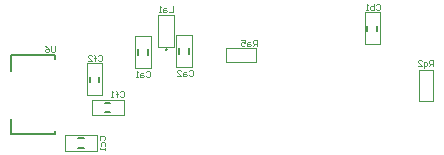
<source format=gbo>
G04*
G04 #@! TF.GenerationSoftware,Altium Limited,Altium Designer,19.0.11 (319)*
G04*
G04 Layer_Color=65535*
%FSLAX25Y25*%
%MOIN*%
G70*
G01*
G75*
%ADD10C,0.00500*%
%ADD14C,0.00787*%
%ADD18C,0.00300*%
%ADD24C,0.00433*%
D10*
X55692Y56496D02*
Y61614D01*
X70292D01*
Y60433D02*
Y61614D01*
X55692Y35236D02*
Y40354D01*
X70292Y35236D02*
Y36417D01*
X55692Y35236D02*
X70292D01*
X101181Y61767D02*
Y63538D01*
X98032Y61767D02*
Y63538D01*
X114827Y62106D02*
Y63878D01*
X111678Y62106D02*
Y63878D01*
X78051Y33858D02*
X79823D01*
X78051Y30709D02*
X79823D01*
X86968Y45669D02*
X88740D01*
X86968Y42520D02*
X88740D01*
X81890Y52658D02*
Y54429D01*
X85039Y52658D02*
Y54429D01*
X177559Y69700D02*
Y71472D01*
X174409Y69700D02*
Y71472D01*
D14*
X107562Y63386D02*
G03*
X107562Y63386I-294J0D01*
G01*
D18*
X137402Y59252D02*
Y63976D01*
X127165Y59252D02*
X137402D01*
X127165D02*
Y63976D01*
X137402D01*
X191634Y46457D02*
X196358D01*
X191634D02*
Y56693D01*
X196358D01*
Y46457D02*
Y56693D01*
X109827Y64272D02*
Y74902D01*
X104709D02*
X109827D01*
X104709Y64272D02*
Y74902D01*
Y64272D02*
X109827D01*
X97047Y57338D02*
Y67968D01*
Y57338D02*
X102165D01*
Y67968D01*
X97047D02*
X102165D01*
X110693Y57677D02*
Y68307D01*
Y57677D02*
X115811D01*
Y68307D01*
X110693D02*
X115811D01*
X73622Y29724D02*
X84252D01*
Y34843D01*
X73622D02*
X84252D01*
X73622Y29724D02*
Y34843D01*
X82539Y41535D02*
X93169D01*
Y46654D01*
X82539D02*
X93169D01*
X82539Y41535D02*
Y46654D01*
X86024Y48228D02*
Y58858D01*
X80905D02*
X86024D01*
X80905Y48228D02*
Y58858D01*
Y48228D02*
X86024D01*
X173425Y65271D02*
Y75901D01*
Y65271D02*
X178543D01*
Y75901D01*
X173425D02*
X178543D01*
D24*
X177231Y78427D02*
X177559Y78755D01*
X178215D01*
X178543Y78427D01*
Y77115D01*
X178215Y76787D01*
X177559D01*
X177231Y77115D01*
X176575Y78755D02*
Y76787D01*
X175592D01*
X175264Y77115D01*
Y77443D01*
Y77771D01*
X175592Y78099D01*
X176575D01*
X174608Y76787D02*
X173952D01*
X174280D01*
Y78755D01*
X174608Y78427D01*
X196358Y57874D02*
Y59842D01*
X195374D01*
X195046Y59514D01*
Y58858D01*
X195374Y58530D01*
X196358D01*
X195702D02*
X195046Y57874D01*
X193078Y57218D02*
Y59186D01*
X194062D01*
X194390Y58858D01*
Y58202D01*
X194062Y57874D01*
X193078D01*
X191111D02*
X192422D01*
X191111Y59186D01*
Y59514D01*
X191439Y59842D01*
X192095D01*
X192422Y59514D01*
X137500Y64764D02*
Y66732D01*
X136516D01*
X136188Y66404D01*
Y65748D01*
X136516Y65420D01*
X137500D01*
X136844D02*
X136188Y64764D01*
X135204Y66076D02*
X134548D01*
X134220Y65748D01*
Y64764D01*
X135204D01*
X135532Y65092D01*
X135204Y65420D01*
X134220D01*
X132252Y66732D02*
X133564D01*
Y65748D01*
X132908Y66076D01*
X132580D01*
X132252Y65748D01*
Y65092D01*
X132580Y64764D01*
X133236D01*
X133564Y65092D01*
X70292Y64566D02*
Y62926D01*
X69964Y62598D01*
X69308D01*
X68980Y62926D01*
Y64566D01*
X67012D02*
X67668Y64238D01*
X68324Y63582D01*
Y62926D01*
X67996Y62598D01*
X67340D01*
X67012Y62926D01*
Y63254D01*
X67340Y63582D01*
X68324D01*
X109449Y77869D02*
Y75901D01*
X108137D01*
X107153Y77213D02*
X106497D01*
X106169Y76885D01*
Y75901D01*
X107153D01*
X107481Y76229D01*
X107153Y76557D01*
X106169D01*
X105513Y75901D02*
X104857D01*
X105185D01*
Y77869D01*
X105513Y77541D01*
X84712Y61384D02*
X85040Y61712D01*
X85696D01*
X86024Y61384D01*
Y60072D01*
X85696Y59744D01*
X85040D01*
X84712Y60072D01*
X83728Y59744D02*
Y61384D01*
Y60728D01*
X84056D01*
X83400D01*
X83728D01*
Y61384D01*
X83400Y61712D01*
X81104Y59744D02*
X82416D01*
X81104Y61056D01*
Y61384D01*
X81432Y61712D01*
X82088D01*
X82416Y61384D01*
X91897Y49179D02*
X92225Y49507D01*
X92881D01*
X93209Y49179D01*
Y47867D01*
X92881Y47539D01*
X92225D01*
X91897Y47867D01*
X90913Y47539D02*
Y49179D01*
Y48523D01*
X91241D01*
X90585D01*
X90913D01*
Y49179D01*
X90585Y49507D01*
X89601Y47539D02*
X88945D01*
X89273D01*
Y49507D01*
X89601Y49179D01*
X85407Y33434D02*
X85079Y33762D01*
Y34418D01*
X85407Y34746D01*
X86719D01*
X87047Y34418D01*
Y33762D01*
X86719Y33434D01*
X85735Y31466D02*
Y32450D01*
X86063Y32778D01*
X86719D01*
X87047Y32450D01*
Y31466D01*
Y30810D02*
Y30154D01*
Y30482D01*
X85079D01*
X85407Y30810D01*
X114830Y56364D02*
X115158Y56692D01*
X115814D01*
X116142Y56364D01*
Y55052D01*
X115814Y54724D01*
X115158D01*
X114830Y55052D01*
X113846Y56036D02*
X113190D01*
X112862Y55708D01*
Y54724D01*
X113846D01*
X114174Y55052D01*
X113846Y55380D01*
X112862D01*
X110894Y54724D02*
X112206D01*
X110894Y56036D01*
Y56364D01*
X111222Y56692D01*
X111878D01*
X112206Y56364D01*
X100657Y56069D02*
X100985Y56397D01*
X101640D01*
X101969Y56069D01*
Y54757D01*
X101640Y54429D01*
X100985D01*
X100657Y54757D01*
X99673Y55741D02*
X99017D01*
X98689Y55413D01*
Y54429D01*
X99673D01*
X100001Y54757D01*
X99673Y55085D01*
X98689D01*
X98033Y54429D02*
X97377D01*
X97705D01*
Y56397D01*
X98033Y56069D01*
M02*

</source>
